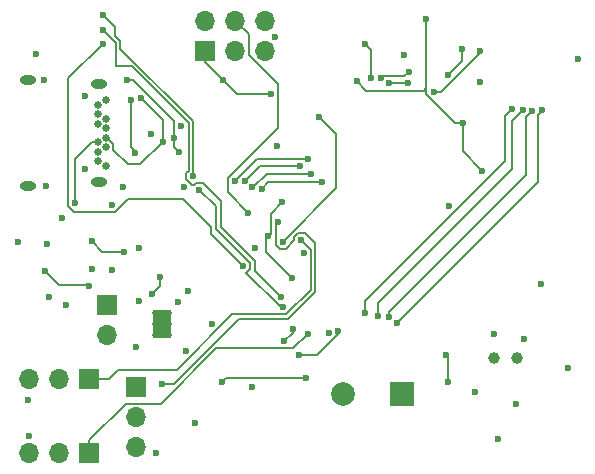
<source format=gbr>
%TF.GenerationSoftware,KiCad,Pcbnew,8.0.4*%
%TF.CreationDate,2024-11-08T09:04:54-08:00*%
%TF.ProjectId,Vanguard_new,56616e67-7561-4726-945f-6e65772e6b69,rev?*%
%TF.SameCoordinates,Original*%
%TF.FileFunction,Copper,L4,Bot*%
%TF.FilePolarity,Positive*%
%FSLAX46Y46*%
G04 Gerber Fmt 4.6, Leading zero omitted, Abs format (unit mm)*
G04 Created by KiCad (PCBNEW 8.0.4) date 2024-11-08 09:04:54*
%MOMM*%
%LPD*%
G01*
G04 APERTURE LIST*
%TA.AperFunction,ComponentPad*%
%ADD10C,0.650000*%
%TD*%
%TA.AperFunction,ComponentPad*%
%ADD11O,1.400000X0.800000*%
%TD*%
%TA.AperFunction,ComponentPad*%
%ADD12R,1.700000X1.700000*%
%TD*%
%TA.AperFunction,ComponentPad*%
%ADD13O,1.700000X1.700000*%
%TD*%
%TA.AperFunction,ComponentPad*%
%ADD14C,1.000000*%
%TD*%
%TA.AperFunction,HeatsinkPad*%
%ADD15C,0.500000*%
%TD*%
%TA.AperFunction,HeatsinkPad*%
%ADD16R,1.650000X2.380000*%
%TD*%
%TA.AperFunction,ComponentPad*%
%ADD17R,2.000000X2.000000*%
%TD*%
%TA.AperFunction,ComponentPad*%
%ADD18C,2.000000*%
%TD*%
%TA.AperFunction,ViaPad*%
%ADD19C,0.600000*%
%TD*%
%TA.AperFunction,Conductor*%
%ADD20C,0.200000*%
%TD*%
G04 APERTURE END LIST*
D10*
%TO.P,J1,B1,GND*%
%TO.N,GND*%
X150940000Y-107717500D03*
%TO.P,J1,B2*%
%TO.N,N/C*%
X150240000Y-107317500D03*
%TO.P,J1,B3*%
X150240000Y-106517500D03*
%TO.P,J1,B4,VBUS*%
%TO.N,Net-(D1-GND)*%
X150940000Y-106117500D03*
%TO.P,J1,B5,CC2*%
%TO.N,Net-(J1-CC2)*%
X150240000Y-105717500D03*
%TO.P,J1,B6,D+*%
%TO.N,Net-(D1-I{slash}O1)*%
X150940000Y-105317500D03*
%TO.P,J1,B7,D-*%
%TO.N,Net-(D1-I{slash}O2)*%
X150940000Y-104517500D03*
%TO.P,J1,B8,SBU2*%
%TO.N,unconnected-(J1-SBU2-PadB8)*%
X150240000Y-104117500D03*
%TO.P,J1,B9,VBUS*%
%TO.N,Net-(D1-GND)*%
X150940000Y-103717500D03*
%TO.P,J1,B10*%
%TO.N,N/C*%
X150240000Y-103317500D03*
%TO.P,J1,B11*%
X150240000Y-102517500D03*
%TO.P,J1,B12,GND*%
%TO.N,GND*%
X150940000Y-102117500D03*
D11*
%TO.P,J1,S1,SHIELD*%
X144390000Y-100427500D03*
X150340000Y-100787500D03*
X150340000Y-109047500D03*
X144390000Y-109407500D03*
%TD*%
D12*
%TO.P,J2,1,Pin_1*%
%TO.N,+3.3V*%
X159365000Y-97962500D03*
D13*
%TO.P,J2,2,Pin_2*%
%TO.N,Net-(J2-Pin_2)*%
X159365000Y-95422500D03*
%TO.P,J2,3,Pin_3*%
%TO.N,Net-(J2-Pin_3)*%
X161905000Y-97962500D03*
%TO.P,J2,4,Pin_4*%
%TO.N,UPDI*%
X161905000Y-95422500D03*
%TO.P,J2,5,Pin_5*%
%TO.N,GND*%
X164445000Y-97962500D03*
%TO.P,J2,6,Pin_6*%
%TO.N,Net-(J2-Pin_6)*%
X164445000Y-95422500D03*
%TD*%
D12*
%TO.P,J7,1,Pin_1*%
%TO.N,EJEC_SERVO*%
X153460000Y-126440000D03*
D13*
%TO.P,J7,2,Pin_2*%
%TO.N,+5V*%
X153460000Y-128980000D03*
%TO.P,J7,3,Pin_3*%
%TO.N,GND*%
X153460000Y-131520000D03*
%TD*%
D14*
%TO.P,Y1,1,1*%
%TO.N,Net-(U6-XOUT32{slash}CLKSEL1)*%
X185732500Y-123947500D03*
%TO.P,Y1,2,2*%
%TO.N,Net-(U6-XIN32)*%
X183832500Y-123947500D03*
%TD*%
D12*
%TO.P,J6,1,Pin_1*%
%TO.N,Net-(D1-GND)*%
X151037500Y-119480000D03*
D13*
%TO.P,J6,2,Pin_2*%
%TO.N,GND*%
X151037500Y-122020000D03*
%TD*%
D12*
%TO.P,J5,1,Pin_1*%
%TO.N,PORT_SERVO*%
X149530000Y-131980000D03*
D13*
%TO.P,J5,2,Pin_2*%
%TO.N,+5V*%
X146990000Y-131980000D03*
%TO.P,J5,3,Pin_3*%
%TO.N,GND*%
X144450000Y-131980000D03*
%TD*%
D15*
%TO.P,U8,11,EN*%
%TO.N,Net-(D1-GND)*%
X156262500Y-122030000D03*
X156262500Y-121090000D03*
X156262500Y-120150000D03*
D16*
X155687500Y-121090000D03*
D15*
X155112500Y-122030000D03*
X155112500Y-121090000D03*
X155112500Y-120150000D03*
%TD*%
D12*
%TO.P,J4,1,Pin_1*%
%TO.N,STAR_SERVO*%
X149500000Y-125730000D03*
D13*
%TO.P,J4,2,Pin_2*%
%TO.N,+5V*%
X146960000Y-125730000D03*
%TO.P,J4,3,Pin_3*%
%TO.N,GND*%
X144420000Y-125730000D03*
%TD*%
D17*
%TO.P,BZ1,1,+*%
%TO.N,+5V*%
X176010785Y-126990000D03*
D18*
%TO.P,BZ1,2,-*%
%TO.N,Net-(BZ1--)*%
X171010785Y-126990000D03*
%TD*%
D19*
%TO.N,GND*%
X149170000Y-107990000D03*
X154770000Y-104987500D03*
X184110000Y-130850000D03*
X149732964Y-116431078D03*
X167676782Y-115045311D03*
X190910000Y-98610000D03*
X153740000Y-114650000D03*
X145700000Y-100427500D03*
X145000000Y-98200000D03*
X185640000Y-127870000D03*
X151500000Y-111000000D03*
X190100000Y-124800000D03*
X180009999Y-111111471D03*
X176220000Y-98310000D03*
X151460000Y-116550000D03*
X157031985Y-119228015D03*
X157582113Y-109482115D03*
X157890000Y-118315000D03*
X144380000Y-127510000D03*
X182610000Y-100634315D03*
X159940000Y-121110000D03*
X146135001Y-118832500D03*
X152395221Y-109453150D03*
X144420000Y-130580000D03*
X153480000Y-123040000D03*
X163350000Y-126410000D03*
X163540000Y-114643918D03*
X183789265Y-121916765D03*
X143480000Y-114140000D03*
X157310000Y-104307531D03*
X182160000Y-126840000D03*
X187800000Y-117700000D03*
X165300000Y-96817500D03*
X149150000Y-101820000D03*
X147190000Y-112132500D03*
X186324963Y-122365037D03*
X145920000Y-114300000D03*
X153787500Y-119109057D03*
X145870000Y-109407500D03*
X147542883Y-119508658D03*
X155160000Y-131970000D03*
X157710735Y-123380735D03*
X169808272Y-121861725D03*
X158500000Y-129500000D03*
%TO.N,Net-(D1-GND)*%
X153100002Y-102110000D03*
X154879057Y-118509057D03*
X153441985Y-106608015D03*
X155510000Y-117115000D03*
%TO.N,+3.3V*%
X179930000Y-125980000D03*
X160870000Y-100400000D03*
X149550000Y-117840000D03*
X165885735Y-110775735D03*
X172180000Y-100540000D03*
X164650735Y-113670735D03*
X166668883Y-117158883D03*
X164882501Y-101597500D03*
X179710000Y-123750000D03*
X178040000Y-95300000D03*
X145800000Y-116570000D03*
X181142500Y-104030000D03*
X182830000Y-108130000D03*
%TO.N,Net-(D1-I{slash}O1)*%
X155742260Y-105693922D03*
X153890000Y-101937500D03*
%TO.N,Net-(D1-I{slash}O2)*%
X152690000Y-100457500D03*
X156710000Y-105297500D03*
X157140000Y-106497500D03*
%TO.N,UPDI*%
X163013225Y-111672565D03*
%TO.N,RX0*%
X165909265Y-114109265D03*
X169000000Y-103600000D03*
%TO.N,Net-(U9-EN)*%
X149730000Y-114077500D03*
X152460000Y-114980000D03*
%TO.N,SCL*%
X166760933Y-121519067D03*
X166062403Y-122517597D03*
%TO.N,EJEC_SERVO*%
X155672720Y-126192722D03*
X165495735Y-112480000D03*
%TO.N,PA3{slash}SS*%
X172920000Y-97390000D03*
X161848917Y-109013024D03*
X168057868Y-107123603D03*
X173419835Y-100242230D03*
%TO.N,PA1{slash}MOSI*%
X168315735Y-108345735D03*
X176545000Y-100650000D03*
X163310000Y-109530000D03*
X174945000Y-100720000D03*
%TO.N,D5*%
X185291986Y-102905558D03*
X172870000Y-120130000D03*
%TO.N,D6*%
X174910000Y-120490000D03*
X187040000Y-103020000D03*
%TO.N,BUZZER*%
X167287403Y-123742597D03*
X170610000Y-121640000D03*
%TO.N,PA0{slash}MISO*%
X164150000Y-109620000D03*
X169269265Y-109089265D03*
%TO.N,D4*%
X186220735Y-102990735D03*
X174000000Y-120380000D03*
%TO.N,D7*%
X187880000Y-102970000D03*
X175610000Y-120970000D03*
%TO.N,PA2{slash}SCK*%
X162712970Y-108997500D03*
X176583518Y-99762953D03*
X174270388Y-100290000D03*
X167350000Y-107745735D03*
%TO.N,PORT_SERVO*%
X168015198Y-121924802D03*
%TO.N,STAR_BLUE*%
X162560000Y-116160000D03*
X150680000Y-97340000D03*
%TO.N,STAR_SERVO*%
X167460000Y-113980000D03*
%TO.N,STAR_GREEN*%
X150700000Y-94920000D03*
X158340000Y-108542943D03*
X165931498Y-119678990D03*
X158850000Y-109730000D03*
%TO.N,PORT_GREEN*%
X182597680Y-97962798D03*
X178753554Y-101464973D03*
%TO.N,STAR_RED*%
X150680000Y-96210000D03*
X165740000Y-118800000D03*
%TO.N,PORT_BLUE*%
X181094999Y-97768421D03*
X179871642Y-100041642D03*
%TO.N,+5V*%
X160790000Y-125980000D03*
X167887403Y-125650000D03*
%TO.N,Net-(J1-CC2)*%
X148340000Y-110867500D03*
%TO.N,/TX_UPDI*%
X165460000Y-105980000D03*
%TD*%
D20*
%TO.N,GND*%
X158560000Y-129560000D02*
X158500000Y-129500000D01*
%TO.N,Net-(D1-GND)*%
X153330000Y-106360000D02*
X153441985Y-106471985D01*
X153100002Y-106130002D02*
X153330000Y-106360000D01*
X153100002Y-102110000D02*
X153100002Y-106130002D01*
X155510000Y-117115000D02*
X155510000Y-117878114D01*
X153441985Y-106471985D02*
X153441985Y-106608015D01*
X155510000Y-117878114D02*
X154879057Y-118509057D01*
%TO.N,+3.3V*%
X172960000Y-101320000D02*
X177840000Y-101320000D01*
X164895735Y-113425735D02*
X164895735Y-111765735D01*
X179930000Y-123970000D02*
X179710000Y-123750000D01*
X149550000Y-117840000D02*
X149480000Y-117770000D01*
X181142500Y-106442500D02*
X181142500Y-104030000D01*
X164895735Y-111765735D02*
X165885735Y-110775735D01*
X164895735Y-113425735D02*
X164650735Y-113670735D01*
X182830000Y-108130000D02*
X181142500Y-106442500D01*
X164460000Y-114950000D02*
X166668883Y-117158883D01*
X179930000Y-125980000D02*
X179930000Y-123970000D01*
X178040000Y-101599948D02*
X178040000Y-101120000D01*
X164460000Y-113861470D02*
X164460000Y-114950000D01*
X172180000Y-100540000D02*
X172960000Y-101320000D01*
X164650735Y-113670735D02*
X164460000Y-113861470D01*
X160870000Y-100400000D02*
X162067500Y-101597500D01*
X162067500Y-101597500D02*
X164882501Y-101597500D01*
X159365000Y-97962500D02*
X159365000Y-98895000D01*
X159365000Y-98895000D02*
X160870000Y-100400000D01*
X180470052Y-104030000D02*
X178040000Y-101599948D01*
X177840000Y-101320000D02*
X178040000Y-101120000D01*
X149480000Y-117770000D02*
X147000000Y-117770000D01*
X181142500Y-104030000D02*
X180470052Y-104030000D01*
X147000000Y-117770000D02*
X145800000Y-116570000D01*
X178040000Y-101120000D02*
X178040000Y-95300000D01*
%TO.N,Net-(D1-I{slash}O1)*%
X155742260Y-105693922D02*
X153856182Y-107580000D01*
X151565000Y-106325000D02*
X151565000Y-105858616D01*
X155742260Y-103789760D02*
X153890000Y-101937500D01*
X151565000Y-105858616D02*
X151023884Y-105317500D01*
X155742260Y-105693922D02*
X155742260Y-103789760D01*
X151023884Y-105317500D02*
X150940000Y-105317500D01*
X153856182Y-107580000D02*
X152820000Y-107580000D01*
X152820000Y-107580000D02*
X151565000Y-106325000D01*
%TO.N,Net-(D1-I{slash}O2)*%
X156710000Y-103908971D02*
X153258529Y-100457500D01*
X153258529Y-100457500D02*
X152690000Y-100457500D01*
X156710000Y-106067500D02*
X157140000Y-106497500D01*
X156710000Y-105297500D02*
X156710000Y-103908971D01*
X156710000Y-105297500D02*
X156710000Y-106067500D01*
%TO.N,UPDI*%
X163055000Y-96572500D02*
X163055000Y-98321588D01*
X165482501Y-104530911D02*
X165482501Y-100749089D01*
X161905000Y-95422500D02*
X163055000Y-96572500D01*
X161248917Y-109908257D02*
X163013225Y-111672565D01*
X165482501Y-100749089D02*
X163055000Y-98321588D01*
X161248917Y-108764495D02*
X165482501Y-104530911D01*
X161248917Y-108764495D02*
X161248917Y-109908257D01*
%TO.N,RX0*%
X170430000Y-109588530D02*
X170430000Y-105030000D01*
X170430000Y-105030000D02*
X169000000Y-103600000D01*
X165909265Y-114109265D02*
X170430000Y-109588530D01*
%TO.N,Net-(U9-EN)*%
X150632500Y-114980000D02*
X149730000Y-114077500D01*
X152460000Y-114980000D02*
X150632500Y-114980000D01*
%TO.N,SCL*%
X166760933Y-121819067D02*
X166062403Y-122517597D01*
X166760933Y-121519067D02*
X166760933Y-121819067D01*
%TO.N,EJEC_SERVO*%
X162195324Y-120678990D02*
X166345713Y-120678990D01*
X167211471Y-113380000D02*
X166860000Y-113731471D01*
X166345713Y-120678990D02*
X168682115Y-118342588D01*
X167796575Y-113380000D02*
X168682115Y-114265540D01*
X166157794Y-114709265D02*
X165660736Y-114709265D01*
X156681592Y-126192722D02*
X162195324Y-120678990D01*
X165309265Y-114357794D02*
X165309265Y-112666470D01*
X166860000Y-113731471D02*
X166860000Y-114007059D01*
X165660736Y-114709265D02*
X165309265Y-114357794D01*
X155672720Y-126192722D02*
X156681592Y-126192722D01*
X166860000Y-114007059D02*
X166157794Y-114709265D01*
X165309265Y-112666470D02*
X165495735Y-112480000D01*
X168682115Y-118342588D02*
X168682115Y-114265540D01*
X167796575Y-113380000D02*
X167211471Y-113380000D01*
%TO.N,PA3{slash}SS*%
X173419835Y-100242230D02*
X173419835Y-97889835D01*
X173419835Y-97889835D02*
X172920000Y-97390000D01*
X161848917Y-109013024D02*
X163738338Y-107123603D01*
X163738338Y-107123603D02*
X168057868Y-107123603D01*
%TO.N,PA1{slash}MOSI*%
X168315735Y-108345735D02*
X164575736Y-108345735D01*
X164575736Y-108345735D02*
X163391471Y-109530000D01*
X175015000Y-100650000D02*
X174945000Y-100720000D01*
X163391471Y-109530000D02*
X163310000Y-109530000D01*
X176545000Y-100650000D02*
X175015000Y-100650000D01*
%TO.N,D5*%
X185291986Y-102905558D02*
X184720000Y-103477544D01*
X184720000Y-107250000D02*
X172870000Y-119100000D01*
X172870000Y-119100000D02*
X172870000Y-120130000D01*
X184720000Y-103477544D02*
X184720000Y-107250000D01*
%TO.N,D6*%
X187040000Y-103020000D02*
X186515000Y-103545000D01*
X174910000Y-120035686D02*
X174910000Y-120490000D01*
X186515000Y-103545000D02*
X186515000Y-108430686D01*
X186515000Y-108430686D02*
X174910000Y-120035686D01*
%TO.N,BUZZER*%
X167287403Y-123742597D02*
X168775932Y-123742597D01*
X170610000Y-121908529D02*
X170610000Y-121640000D01*
X168775932Y-123742597D02*
X170610000Y-121908529D01*
%TO.N,PA0{slash}MISO*%
X164680735Y-109089265D02*
X164150000Y-109620000D01*
X169269265Y-109089265D02*
X164680735Y-109089265D01*
%TO.N,D4*%
X186220735Y-102990735D02*
X185320000Y-103891470D01*
X185320000Y-103891470D02*
X185320000Y-108000000D01*
X174000000Y-120380000D02*
X174000000Y-119320000D01*
X174000000Y-119320000D02*
X185320000Y-108000000D01*
%TO.N,D7*%
X187500000Y-103408529D02*
X187500000Y-109080000D01*
X187500000Y-103408529D02*
X187880000Y-103028529D01*
X187500000Y-109080000D02*
X175610000Y-120970000D01*
X187880000Y-103028529D02*
X187880000Y-102970000D01*
%TO.N,PA2{slash}SCK*%
X176577048Y-99762953D02*
X176583518Y-99762953D01*
X174270388Y-100290000D02*
X174440388Y-100120000D01*
X174440388Y-100120000D02*
X176220001Y-100120000D01*
X162712970Y-108997500D02*
X163964735Y-107745735D01*
X163964735Y-107745735D02*
X167350000Y-107745735D01*
X176220001Y-100120000D02*
X176577048Y-99762953D01*
%TO.N,PORT_SERVO*%
X152610000Y-127830000D02*
X155610000Y-127830000D01*
X160297403Y-123142597D02*
X166797403Y-123142597D01*
X149530000Y-131980000D02*
X149530000Y-130910000D01*
X166797403Y-123142597D02*
X168015198Y-121924802D01*
X149530000Y-130910000D02*
X152610000Y-127830000D01*
X155610000Y-127830000D02*
X160297403Y-123142597D01*
%TO.N,STAR_BLUE*%
X147740000Y-111116029D02*
X147740000Y-100280000D01*
X159857364Y-113457364D02*
X159857364Y-112857364D01*
X151748529Y-111600000D02*
X148223971Y-111600000D01*
X147740000Y-100280000D02*
X150680000Y-97340000D01*
X162560000Y-116160000D02*
X159857364Y-113457364D01*
X152848529Y-110500000D02*
X151748529Y-111600000D01*
X148223971Y-111600000D02*
X147740000Y-111116029D01*
X157500000Y-110500000D02*
X152848529Y-110500000D01*
X159857364Y-112857364D02*
X157500000Y-110500000D01*
%TO.N,STAR_SERVO*%
X151940000Y-125000000D02*
X151210000Y-125730000D01*
X151210000Y-125730000D02*
X149500000Y-125730000D01*
X161661010Y-120278990D02*
X156940000Y-125000000D01*
X168282115Y-118176902D02*
X166180027Y-120278990D01*
X166180027Y-120278990D02*
X161661010Y-120278990D01*
X167460000Y-113980000D02*
X168282115Y-114802115D01*
X156940000Y-125000000D02*
X151940000Y-125000000D01*
X168282115Y-114802115D02*
X168282115Y-118176902D01*
%TO.N,STAR_GREEN*%
X152180000Y-97144314D02*
X151740000Y-96704314D01*
X162830000Y-116738529D02*
X165770461Y-119678990D01*
X163160000Y-116408529D02*
X162830000Y-116738529D01*
X160257364Y-111137364D02*
X160257364Y-113008835D01*
X158340000Y-103923316D02*
X152180000Y-97763316D01*
X165770461Y-119678990D02*
X165931498Y-119678990D01*
X151740000Y-96704314D02*
X151740000Y-95960000D01*
X163160000Y-115911471D02*
X163160000Y-116408529D01*
X158340000Y-108542943D02*
X158340000Y-103923316D01*
X158850000Y-109730000D02*
X160257364Y-111137364D01*
X152180000Y-97763316D02*
X152180000Y-97144314D01*
X151740000Y-95960000D02*
X150700000Y-94920000D01*
X160257364Y-113008835D02*
X163160000Y-115911471D01*
%TO.N,PORT_GREEN*%
X182597680Y-98164133D02*
X179296840Y-101464973D01*
X179296840Y-101464973D02*
X178753554Y-101464973D01*
X182597680Y-97962798D02*
X182597680Y-98164133D01*
%TO.N,STAR_RED*%
X163560000Y-115745785D02*
X160708895Y-112894680D01*
X157940000Y-104089002D02*
X153130998Y-99280000D01*
X160708895Y-112894680D02*
X160708895Y-110708895D01*
X151780000Y-97310000D02*
X150680000Y-96210000D01*
X157940000Y-108094414D02*
X157940000Y-104089002D01*
X151780000Y-99280000D02*
X151780000Y-97310000D01*
X157740000Y-108791472D02*
X157740000Y-108294414D01*
X165740000Y-118800000D02*
X163537107Y-116597107D01*
X160708895Y-110708895D02*
X159130000Y-109130000D01*
X159130000Y-109130000D02*
X158601471Y-109130000D01*
X158601471Y-109130000D02*
X158431471Y-109300000D01*
X158248528Y-109300000D02*
X157740000Y-108791472D01*
X163560000Y-116574214D02*
X163560000Y-115745785D01*
X153130998Y-99280000D02*
X151780000Y-99280000D01*
X157740000Y-108294414D02*
X157940000Y-108094414D01*
X158431471Y-109300000D02*
X158248528Y-109300000D01*
X163537107Y-116597107D02*
X163560000Y-116574214D01*
%TO.N,PORT_BLUE*%
X181094999Y-98818285D02*
X181094999Y-97768421D01*
X179871642Y-100041642D02*
X181094999Y-98818285D01*
%TO.N,+5V*%
X167887403Y-125650000D02*
X161120000Y-125650000D01*
X161120000Y-125650000D02*
X160790000Y-125980000D01*
%TO.N,Net-(J1-CC2)*%
X150240000Y-105717500D02*
X149780381Y-105717500D01*
X148340000Y-107157881D02*
X148340000Y-110867500D01*
X149780381Y-105717500D02*
X148340000Y-107157881D01*
%TD*%
M02*

</source>
